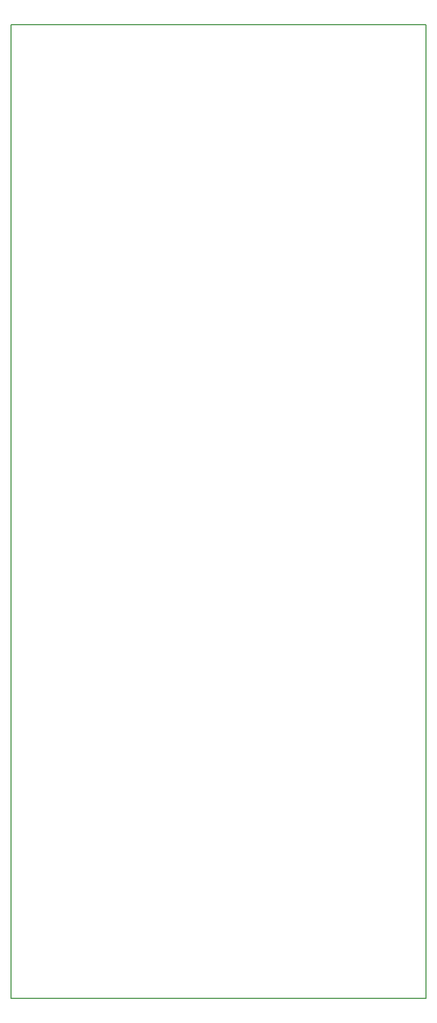
<source format=gbr>
G04 #@! TF.FileFunction,Profile,NP*
%FSLAX46Y46*%
G04 Gerber Fmt 4.6, Leading zero omitted, Abs format (unit mm)*
G04 Created by KiCad (PCBNEW 4.0.6) date Tue Sep  5 00:59:50 2017*
%MOMM*%
%LPD*%
G01*
G04 APERTURE LIST*
%ADD10C,0.100000*%
%ADD11C,0.150000*%
G04 APERTURE END LIST*
D10*
D11*
X87401000Y-33805000D02*
X87401000Y-190805000D01*
X154401000Y-33805000D02*
X87401000Y-33805000D01*
X154401000Y-190805000D02*
X154401000Y-33805000D01*
X87401000Y-190805000D02*
X154401000Y-190805000D01*
M02*

</source>
